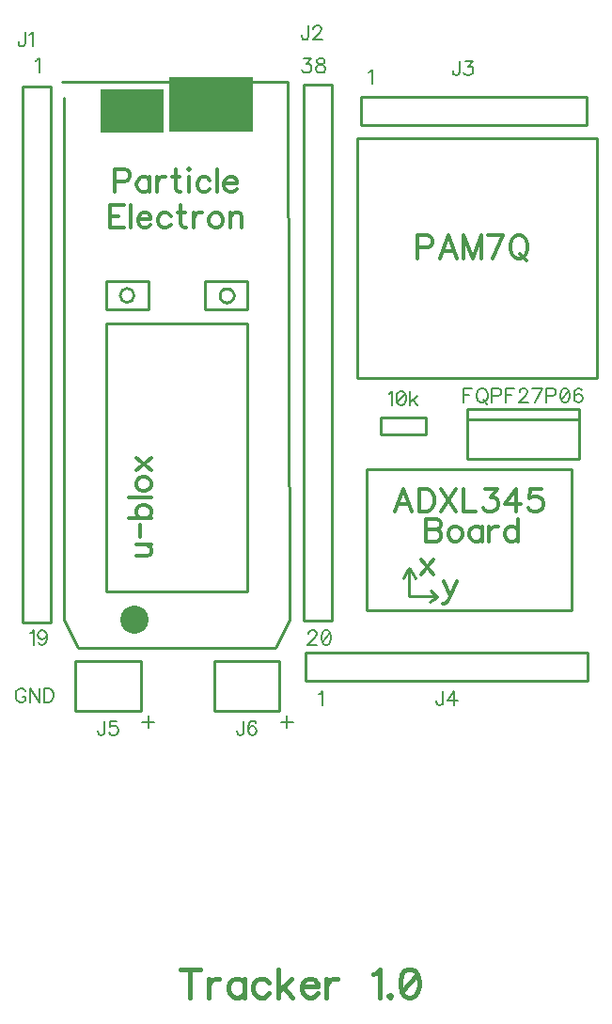
<source format=gbr>
G04 DipTrace 3.0.0.1*
G04 TopSilk.gbr*
%MOIN*%
G04 #@! TF.FileFunction,Legend,Top*
G04 #@! TF.Part,Single*
%ADD10C,0.009843*%
%ADD17C,0.100004*%
%ADD57C,0.00772*%
%ADD58C,0.015439*%
%ADD59C,0.012351*%
%FSLAX26Y26*%
G04*
G70*
G90*
G75*
G01*
G04 TopSilk*
%LPD*%
X625575Y3756052D2*
D10*
X1425605D1*
X1430758Y1849419D1*
X1380756Y1749411D1*
X680730D1*
X630729Y1849419D1*
Y3699367D1*
X780734Y2899505D2*
X1280752D1*
Y1949427D1*
X780734D1*
Y2899505D1*
G36*
X761329Y3729937D2*
X983560D1*
Y3575066D1*
X761329D1*
Y3729937D1*
G37*
G36*
X1003609Y3773867D2*
X1300077D1*
Y3578305D1*
X1003609D1*
Y3773867D1*
G37*
D17*
X880738Y1849419D3*
X780734Y3049517D2*
D10*
X930740D1*
Y2949509D1*
X780734D1*
Y3049517D1*
X1130747D2*
X1280752D1*
Y2949509D1*
X1130747D1*
Y3049517D1*
X829850Y2999209D2*
G02X829850Y2999209I25001J0D01*
G01*
X1182762Y2999715D2*
X1182823Y3001466D1*
X1183005Y3003209D1*
X1183308Y3004934D1*
X1183730Y3006635D1*
X1184269Y3008301D1*
X1184923Y3009926D1*
X1185688Y3011500D1*
X1186561Y3013018D1*
X1187536Y3014471D1*
X1188611Y3015851D1*
X1189778Y3017153D1*
X1191034Y3018371D1*
X1192371Y3019497D1*
X1193782Y3020527D1*
X1195262Y3021455D1*
X1196803Y3022278D1*
X1198397Y3022991D1*
X1200037Y3023590D1*
X1201714Y3024073D1*
X1203421Y3024437D1*
X1205149Y3024681D1*
X1206890Y3024803D1*
X1208635D1*
X1210376Y3024681D1*
X1212104Y3024437D1*
X1213811Y3024073D1*
X1215488Y3023590D1*
X1217128Y3022991D1*
X1218722Y3022278D1*
X1220263Y3021455D1*
X1221743Y3020527D1*
X1223155Y3019497D1*
X1224491Y3018371D1*
X1225747Y3017153D1*
X1226914Y3015851D1*
X1227989Y3014471D1*
X1228965Y3013018D1*
X1229837Y3011500D1*
X1230602Y3009926D1*
X1231256Y3008301D1*
X1231795Y3006635D1*
X1232217Y3004934D1*
X1232520Y3003209D1*
X1232703Y3001466D1*
X1232764Y2999715D1*
X1232703Y2997964D1*
X1232520Y2996222D1*
X1232217Y2994496D1*
X1231795Y2992796D1*
X1231256Y2991129D1*
X1230602Y2989505D1*
X1229837Y2987930D1*
X1228965Y2986413D1*
X1227989Y2984960D1*
X1226914Y2983579D1*
X1225747Y2982277D1*
X1224491Y2981060D1*
X1223155Y2979934D1*
X1221743Y2978904D1*
X1220263Y2977975D1*
X1218722Y2977153D1*
X1217128Y2976440D1*
X1215488Y2975841D1*
X1213811Y2975358D1*
X1212104Y2974993D1*
X1210376Y2974749D1*
X1208635Y2974627D1*
X1206890D1*
X1205149Y2974749D1*
X1203421Y2974993D1*
X1201714Y2975358D1*
X1200037Y2975841D1*
X1198397Y2976440D1*
X1196803Y2977153D1*
X1195262Y2977975D1*
X1193782Y2978904D1*
X1192371Y2979934D1*
X1191034Y2981060D1*
X1189778Y2982277D1*
X1188611Y2983579D1*
X1187536Y2984960D1*
X1186561Y2986413D1*
X1185688Y2987930D1*
X1184923Y2989505D1*
X1184269Y2991129D1*
X1183730Y2992796D1*
X1183308Y2994496D1*
X1183005Y2996222D1*
X1182823Y2997964D1*
X1182762Y2999715D1*
X1669381Y3557374D2*
X2519381D1*
Y2707374D1*
X1669381D1*
Y3557374D1*
X1705068Y2382736D2*
X2430068D1*
Y1882726D1*
X1705068D1*
Y2382736D1*
X1855071Y2032729D2*
Y1932727D1*
X1955048D1*
X1851736Y2029379D2*
X1833176Y1996528D1*
X1855941Y2030779D2*
X1877401Y1996528D1*
X1953091Y1930827D2*
X1931631Y1953677D1*
X1953091Y1930827D2*
X1927353Y1912276D1*
X584596Y2215293D2*
Y2207693D1*
Y3666893D2*
Y1840993D1*
Y3740993D2*
Y3666893D1*
X484596Y3740993D2*
X584596D1*
X484596D2*
Y1840993D1*
X584596D1*
X1480085Y3370654D2*
Y3378254D1*
Y1919054D2*
Y3744954D1*
Y1844954D2*
Y1919054D1*
X1580085Y1844954D2*
X1480085D1*
X1580085D2*
Y3744954D1*
X1480085D1*
X1685420Y3701625D2*
X2485347D1*
Y3601623D1*
X1685420D1*
Y3701625D1*
X1488513Y1733121D2*
X2488553D1*
Y1633119D1*
X1488513D1*
Y1733121D1*
X903542Y1527559D2*
X671259D1*
Y1704724D1*
X903542D1*
Y1527559D1*
X1395668D2*
X1163385D1*
Y1704724D1*
X1395668D1*
Y1527559D1*
X2062155Y2596505D2*
X2455856D1*
Y2419340D1*
X2062155D1*
Y2596505D1*
Y2561072D2*
X2455856D1*
X1753658Y2567056D2*
Y2507056D1*
X1913958Y2567056D2*
X1753658D1*
X1913958D2*
Y2507056D1*
X1753658D1*
X493475Y3932327D2*
D57*
Y3894080D1*
X491099Y3886895D1*
X488667Y3884519D1*
X483914Y3882087D1*
X479105D1*
X474352Y3884519D1*
X471975Y3886895D1*
X469544Y3894080D1*
Y3898833D1*
X508914Y3922710D2*
X513723Y3925142D1*
X520908Y3932271D1*
Y3882087D1*
X1497900Y3955972D2*
Y3917726D1*
X1495523Y3910541D1*
X1493091Y3908164D1*
X1488338Y3905732D1*
X1483530D1*
X1478777Y3908164D1*
X1476400Y3910541D1*
X1473968Y3917726D1*
Y3922479D1*
X1515771Y3943979D2*
Y3946356D1*
X1518148Y3951164D1*
X1520524Y3953541D1*
X1525333Y3955917D1*
X1534894D1*
X1539647Y3953541D1*
X1542024Y3951164D1*
X1544456Y3946356D1*
Y3941602D1*
X1542024Y3936794D1*
X1537271Y3929664D1*
X1513339Y3905732D1*
X1546832D1*
X2033513Y3829768D2*
Y3791521D1*
X2031136Y3784336D1*
X2028704Y3781960D1*
X2023951Y3779528D1*
X2019143D1*
X2014389Y3781960D1*
X2012013Y3784336D1*
X2009581Y3791521D1*
Y3796274D1*
X2053760Y3829712D2*
X2080013D1*
X2065699Y3810589D1*
X2072884D1*
X2077637Y3808213D1*
X2080013Y3805836D1*
X2082445Y3798651D1*
Y3793898D1*
X2080013Y3786713D1*
X2075260Y3781904D1*
X2068075Y3779528D1*
X2060890D1*
X2053760Y3781904D1*
X2051384Y3784336D1*
X2048952Y3789089D1*
X1974844Y1596476D2*
Y1558229D1*
X1972467Y1551044D1*
X1970036Y1548668D1*
X1965282Y1546236D1*
X1960474D1*
X1955721Y1548668D1*
X1953344Y1551044D1*
X1950912Y1558229D1*
Y1562982D1*
X2014215Y1546236D2*
Y1596420D1*
X1990283Y1562982D1*
X2026153D1*
X774900Y1490915D2*
Y1452669D1*
X772523Y1445484D1*
X770091Y1443107D1*
X765338Y1440675D1*
X760530D1*
X755777Y1443107D1*
X753400Y1445484D1*
X750968Y1452669D1*
Y1457422D1*
X819024Y1490860D2*
X795148D1*
X792771Y1469360D1*
X795148Y1471737D1*
X802333Y1474169D1*
X809462D1*
X816647Y1471737D1*
X821456Y1466984D1*
X823832Y1459799D1*
Y1455045D1*
X821456Y1447860D1*
X816647Y1443052D1*
X809462Y1440675D1*
X802333D1*
X795148Y1443052D1*
X792771Y1445484D1*
X790339Y1450237D1*
X1268242Y1490915D2*
Y1452669D1*
X1265865Y1445484D1*
X1263433Y1443107D1*
X1258680Y1440675D1*
X1253872D1*
X1249118Y1443107D1*
X1246742Y1445484D1*
X1244310Y1452669D1*
Y1457422D1*
X1312366Y1483730D2*
X1309989Y1488483D1*
X1302804Y1490860D1*
X1298051D1*
X1290866Y1488483D1*
X1286058Y1481298D1*
X1283681Y1469360D1*
Y1457422D1*
X1286058Y1447860D1*
X1290866Y1443052D1*
X1298051Y1440675D1*
X1300428D1*
X1307557Y1443052D1*
X1312366Y1447860D1*
X1314742Y1455045D1*
Y1457422D1*
X1312366Y1464607D1*
X1307557Y1469360D1*
X1300428Y1471737D1*
X1298051D1*
X1290866Y1469360D1*
X1286058Y1464607D1*
X1283681Y1457422D1*
X2078833Y2669728D2*
X2047717D1*
Y2619488D1*
Y2645797D2*
X2066840D1*
X2108643Y2669728D2*
X2103889Y2667407D1*
X2099081Y2662599D1*
X2096704Y2657790D1*
X2094273Y2650605D1*
Y2638667D1*
X2096704Y2631482D1*
X2099081Y2626729D1*
X2103889Y2621920D1*
X2108643Y2619544D1*
X2118204D1*
X2123013Y2621920D1*
X2127766Y2626729D1*
X2130142Y2631482D1*
X2132574Y2638667D1*
Y2650605D1*
X2130142Y2657790D1*
X2127766Y2662599D1*
X2123013Y2667407D1*
X2118204Y2669728D1*
X2108643D1*
X2115828Y2629105D2*
X2130142Y2614735D1*
X2148014Y2643420D2*
X2169569D1*
X2176698Y2645797D1*
X2179130Y2648228D1*
X2181507Y2652982D1*
Y2660167D1*
X2179130Y2664920D1*
X2176698Y2667352D1*
X2169569Y2669728D1*
X2148014D1*
Y2619488D1*
X2228063Y2669728D2*
X2196946D1*
Y2619488D1*
Y2645797D2*
X2216069D1*
X2245934Y2657735D2*
Y2660111D1*
X2248311Y2664920D1*
X2250687Y2667296D1*
X2255496Y2669673D1*
X2265057D1*
X2269810Y2667296D1*
X2272187Y2664920D1*
X2274619Y2660111D1*
Y2655358D1*
X2272187Y2650550D1*
X2267434Y2643420D1*
X2243502Y2619488D1*
X2276995D1*
X2301996D2*
X2325928Y2669673D1*
X2292435D1*
X2341367Y2643420D2*
X2362922D1*
X2370052Y2645797D1*
X2372484Y2648228D1*
X2374861Y2652982D1*
Y2660167D1*
X2372484Y2664920D1*
X2370052Y2667352D1*
X2362922Y2669728D1*
X2341367D1*
Y2619488D1*
X2404670Y2669673D2*
X2397485Y2667296D1*
X2392676Y2660111D1*
X2390300Y2648173D1*
Y2640988D1*
X2392676Y2629050D1*
X2397485Y2621865D1*
X2404670Y2619488D1*
X2409423D1*
X2416608Y2621865D1*
X2421361Y2629050D1*
X2423793Y2640988D1*
Y2648173D1*
X2421361Y2660111D1*
X2416608Y2667296D1*
X2409423Y2669673D1*
X2404670D1*
X2421361Y2660111D2*
X2392676Y2629050D1*
X2467917Y2662543D2*
X2465541Y2667296D1*
X2458356Y2669673D1*
X2453603D1*
X2446418Y2667296D1*
X2441609Y2660111D1*
X2439232Y2648173D1*
Y2636235D1*
X2441609Y2626673D1*
X2446418Y2621865D1*
X2453603Y2619488D1*
X2455979D1*
X2463109Y2621865D1*
X2467917Y2626673D1*
X2470294Y2633858D1*
Y2636235D1*
X2467917Y2643420D1*
X2463109Y2648173D1*
X2455979Y2650550D1*
X2453603D1*
X2446418Y2648173D1*
X2441609Y2643420D1*
X2439232Y2636235D1*
X1782472Y2650348D2*
X1787280Y2652780D1*
X1794465Y2659909D1*
Y2609725D1*
X1824274Y2659909D2*
X1817089Y2657533D1*
X1812281Y2650348D1*
X1809904Y2638409D1*
Y2631224D1*
X1812281Y2619286D1*
X1817089Y2612101D1*
X1824274Y2609725D1*
X1829028D1*
X1836213Y2612101D1*
X1840966Y2619286D1*
X1843398Y2631224D1*
Y2638409D1*
X1840966Y2650348D1*
X1836213Y2657533D1*
X1829028Y2659909D1*
X1824274D1*
X1840966Y2650348D2*
X1812281Y2619286D1*
X1858837Y2659965D2*
Y2609725D1*
X1882769Y2643218D2*
X1858837Y2619286D1*
X1868399Y2628848D2*
X1885145Y2609725D1*
X1079020Y611167D2*
D58*
Y510687D1*
X1045527Y611167D2*
X1112513D1*
X1143392Y577673D2*
Y510687D1*
Y548933D2*
X1148256Y563303D1*
X1157762Y572920D1*
X1167379Y577673D1*
X1181749D1*
X1269997D2*
Y510687D1*
Y563303D2*
X1260491Y572920D1*
X1250874Y577673D1*
X1236614D1*
X1226998Y572920D1*
X1217491Y563303D1*
X1212627Y548933D1*
Y539427D1*
X1217491Y525057D1*
X1226998Y515550D1*
X1236614Y510687D1*
X1250874D1*
X1260491Y515550D1*
X1269997Y525057D1*
X1358356Y563303D2*
X1348739Y572920D1*
X1339122Y577673D1*
X1324863D1*
X1315246Y572920D1*
X1305739Y563303D1*
X1300876Y548933D1*
Y539427D1*
X1305739Y525057D1*
X1315246Y515550D1*
X1324863Y510687D1*
X1339122D1*
X1348739Y515550D1*
X1358356Y525057D1*
X1389235Y611167D2*
Y510687D1*
X1437098Y577673D2*
X1389235Y529810D1*
X1408358Y548933D2*
X1441851Y510687D1*
X1472730Y548933D2*
X1530099D1*
Y558550D1*
X1525346Y568167D1*
X1520593Y572920D1*
X1510976Y577673D1*
X1496606D1*
X1487100Y572920D1*
X1477483Y563303D1*
X1472730Y548933D1*
Y539427D1*
X1477483Y525057D1*
X1487100Y515550D1*
X1496606Y510687D1*
X1510976D1*
X1520593Y515550D1*
X1530099Y525057D1*
X1560978Y577673D2*
Y510687D1*
Y548933D2*
X1565842Y563303D1*
X1575348Y572920D1*
X1584965Y577673D1*
X1599335D1*
X1727415Y591933D2*
X1737032Y596797D1*
X1751402Y611056D1*
Y510687D1*
X1787034Y520303D2*
X1782281Y515440D1*
X1787034Y510687D1*
X1791898Y515440D1*
X1787034Y520303D1*
X1851516Y611056D2*
X1837146Y606303D1*
X1827529Y591933D1*
X1822776Y568056D1*
Y553686D1*
X1827529Y529810D1*
X1837146Y515440D1*
X1851516Y510687D1*
X1861023D1*
X1875393Y515440D1*
X1884899Y529810D1*
X1889763Y553686D1*
Y568056D1*
X1884899Y591933D1*
X1875393Y606303D1*
X1861023Y611056D1*
X1851516D1*
X1884899Y591933D2*
X1827529Y529810D1*
X1534673Y1585523D2*
D57*
X1539482Y1587955D1*
X1546667Y1595084D1*
Y1544900D1*
X1711839Y3790247D2*
X1716647Y3792679D1*
X1723832Y3799809D1*
Y3749624D1*
X530736Y3829617D2*
X535545Y3832049D1*
X542730Y3839179D1*
Y3788994D1*
X511051Y1802058D2*
X515860Y1804490D1*
X523045Y1811620D1*
Y1761435D1*
X569601Y1794928D2*
X567169Y1787743D1*
X562416Y1782935D1*
X555231Y1780558D1*
X552854D1*
X545669Y1782935D1*
X540916Y1787743D1*
X538484Y1794928D1*
Y1797305D1*
X540916Y1804490D1*
X545669Y1809243D1*
X552854Y1811620D1*
X555231D1*
X562416Y1809243D1*
X567169Y1804490D1*
X569601Y1794928D1*
Y1782935D1*
X567169Y1770997D1*
X562416Y1763812D1*
X555231Y1761435D1*
X550478D1*
X543293Y1763812D1*
X540916Y1768620D1*
X1497735Y1799682D2*
Y1802058D1*
X1500112Y1806867D1*
X1502488Y1809243D1*
X1507297Y1811620D1*
X1516858D1*
X1521612Y1809243D1*
X1523988Y1806867D1*
X1526420Y1802058D1*
Y1797305D1*
X1523988Y1792497D1*
X1519235Y1785367D1*
X1495303Y1761435D1*
X1528797D1*
X1558606Y1811620D2*
X1551421Y1809243D1*
X1546613Y1802058D1*
X1544236Y1790120D1*
Y1782935D1*
X1546613Y1770997D1*
X1551421Y1763812D1*
X1558606Y1761435D1*
X1563359D1*
X1570544Y1763812D1*
X1575297Y1770997D1*
X1577729Y1782935D1*
Y1790120D1*
X1575297Y1802058D1*
X1570544Y1809243D1*
X1563359Y1811620D1*
X1558606D1*
X1575297Y1802058D2*
X1546613Y1770997D1*
X1480427Y3839179D2*
X1506680D1*
X1492365Y3820056D1*
X1499550D1*
X1504303Y3817679D1*
X1506680Y3815303D1*
X1509112Y3808117D1*
Y3803364D1*
X1506680Y3796179D1*
X1501927Y3791371D1*
X1494742Y3788994D1*
X1487557D1*
X1480427Y3791371D1*
X1478050Y3793803D1*
X1475618Y3798556D1*
X1536489Y3839179D2*
X1529359Y3836802D1*
X1526928Y3832049D1*
Y3827241D1*
X1529359Y3822488D1*
X1534113Y3820056D1*
X1543674Y3817679D1*
X1550859Y3815303D1*
X1555612Y3810494D1*
X1557989Y3805741D1*
Y3798556D1*
X1555612Y3793803D1*
X1553236Y3791371D1*
X1546051Y3788994D1*
X1536489D1*
X1529359Y3791371D1*
X1526928Y3793803D1*
X1524551Y3798556D1*
Y3805741D1*
X1526928Y3810494D1*
X1531736Y3815303D1*
X1538866Y3817679D1*
X1548427Y3820056D1*
X1553236Y3822488D1*
X1555612Y3827241D1*
Y3832049D1*
X1553236Y3836802D1*
X1546051Y3839179D1*
X1536489D1*
X1422238Y1508920D2*
Y1465865D1*
X1400738Y1487365D2*
X1443793D1*
X930112Y1508920D2*
Y1465865D1*
X908612Y1487365D2*
X951667D1*
X495585Y1595167D2*
X493209Y1599921D1*
X488400Y1604729D1*
X483647Y1607106D1*
X474086D1*
X469277Y1604729D1*
X464524Y1599921D1*
X462092Y1595167D1*
X459715Y1587982D1*
Y1575989D1*
X462092Y1568859D1*
X464524Y1564051D1*
X469277Y1559297D1*
X474086Y1556866D1*
X483647D1*
X488400Y1559297D1*
X493209Y1564051D1*
X495585Y1568859D1*
Y1575989D1*
X483647D1*
X544518Y1607106D2*
Y1556866D1*
X511025Y1607106D1*
Y1556866D1*
X559957Y1607106D2*
Y1556866D1*
X576704D1*
X583889Y1559297D1*
X588697Y1564051D1*
X591074Y1568859D1*
X593451Y1575989D1*
Y1587982D1*
X591074Y1595167D1*
X588697Y1599921D1*
X583889Y1604729D1*
X576704Y1607106D1*
X559957D1*
X810502Y3404008D2*
D59*
X844990D1*
X856397Y3407811D1*
X860288Y3411702D1*
X864091Y3419307D1*
Y3430803D1*
X860288Y3438408D1*
X856397Y3442299D1*
X844990Y3446102D1*
X810502D1*
Y3365718D1*
X934690Y3419307D2*
Y3365718D1*
Y3407811D2*
X927085Y3415505D1*
X919391Y3419307D1*
X907983D1*
X900290Y3415505D1*
X892685Y3407811D1*
X888794Y3396315D1*
Y3388710D1*
X892685Y3377214D1*
X900290Y3369609D1*
X907983Y3365718D1*
X919391D1*
X927085Y3369609D1*
X934690Y3377214D1*
X959392Y3419307D2*
Y3365718D1*
Y3396315D2*
X963283Y3407811D1*
X970888Y3415505D1*
X978582Y3419307D1*
X990078D1*
X1026277Y3446102D2*
Y3381016D1*
X1030079Y3369609D1*
X1037773Y3365718D1*
X1045378D1*
X1014781Y3419307D2*
X1041576D1*
X1070081Y3446102D2*
X1073883Y3442299D1*
X1077774Y3446102D1*
X1073883Y3449993D1*
X1070081Y3446102D1*
X1073883Y3419307D2*
Y3365718D1*
X1148461Y3407811D2*
X1140768Y3415505D1*
X1133074Y3419307D1*
X1121667D1*
X1113973Y3415505D1*
X1106368Y3407811D1*
X1102477Y3396315D1*
Y3388710D1*
X1106368Y3377214D1*
X1113973Y3369609D1*
X1121667Y3365718D1*
X1133074D1*
X1140768Y3369609D1*
X1148461Y3377214D1*
X1173164Y3446102D2*
Y3365718D1*
X1197867Y3396315D2*
X1243763D1*
Y3404008D1*
X1239960Y3411702D1*
X1236158Y3415505D1*
X1228464Y3419307D1*
X1216968D1*
X1209363Y3415505D1*
X1201670Y3407811D1*
X1197867Y3396315D1*
Y3388710D1*
X1201670Y3377214D1*
X1209363Y3369609D1*
X1216968Y3365718D1*
X1228464D1*
X1236158Y3369609D1*
X1243763Y3377214D1*
X843372Y3319371D2*
X793673D1*
Y3238987D1*
X843372D1*
X793673Y3281080D2*
X824271D1*
X868075Y3319371D2*
Y3238987D1*
X892777Y3269584D2*
X938673D1*
Y3277277D1*
X934871Y3284971D1*
X931068Y3288774D1*
X923375Y3292576D1*
X911878D1*
X904273Y3288774D1*
X896580Y3281080D1*
X892777Y3269584D1*
Y3261979D1*
X896580Y3250483D1*
X904273Y3242878D1*
X911878Y3238987D1*
X923375D1*
X931068Y3242878D1*
X938673Y3250483D1*
X1009360Y3281080D2*
X1001667Y3288774D1*
X993973Y3292576D1*
X982565D1*
X974872Y3288774D1*
X967267Y3281080D1*
X963376Y3269584D1*
Y3261979D1*
X967267Y3250483D1*
X974872Y3242878D1*
X982565Y3238987D1*
X993973D1*
X1001667Y3242878D1*
X1009360Y3250483D1*
X1045559Y3319371D2*
Y3254285D1*
X1049362Y3242878D1*
X1057055Y3238987D1*
X1064660D1*
X1034063Y3292576D2*
X1060858D1*
X1089363D2*
Y3238987D1*
Y3269584D2*
X1093254Y3281080D1*
X1100859Y3288774D1*
X1108553Y3292576D1*
X1120049D1*
X1163853D2*
X1156247Y3288774D1*
X1148554Y3281080D1*
X1144751Y3269584D1*
Y3261979D1*
X1148554Y3250483D1*
X1156247Y3242878D1*
X1163853Y3238987D1*
X1175349D1*
X1183042Y3242878D1*
X1190647Y3250483D1*
X1194538Y3261979D1*
Y3269584D1*
X1190647Y3281080D1*
X1183042Y3288774D1*
X1175349Y3292576D1*
X1163853D1*
X1219241D2*
Y3238987D1*
Y3277277D2*
X1230737Y3288774D1*
X1238431Y3292576D1*
X1249838D1*
X1257532Y3288774D1*
X1261334Y3277277D1*
Y3238987D1*
X886758Y2075248D2*
X925049D1*
X936456Y2079051D1*
X940347Y2086744D1*
Y2098240D1*
X936456Y2105845D1*
X925049Y2117342D1*
X886758D2*
X940347Y2117341D1*
X900200Y2142044D2*
Y2186260D1*
X859963Y2210963D2*
X940347D1*
X898254D2*
X890561Y2218656D1*
X886758Y2226261D1*
Y2237757D1*
X890561Y2245362D1*
X898254Y2253056D1*
X909750Y2256858D1*
X917355D1*
X928851Y2253056D1*
X936456Y2245362D1*
X940347Y2237757D1*
Y2226261D1*
X936456Y2218656D1*
X928851Y2210963D1*
X859963Y2281561D2*
X940347D1*
X886758Y2325365D2*
X890561Y2317760D1*
X898254Y2310067D1*
X909750Y2306264D1*
X917355D1*
X928851Y2310067D1*
X936456Y2317760D1*
X940347Y2325365D1*
Y2336861D1*
X936456Y2344555D1*
X928851Y2352160D1*
X917355Y2356051D1*
X909750D1*
X898254Y2352160D1*
X890561Y2344555D1*
X886758Y2336861D1*
Y2325365D1*
Y2380754D2*
X940347Y2422847D1*
X886758D2*
X940347Y2380754D1*
X1884826Y3169652D2*
X1919314D1*
X1930722Y3173454D1*
X1934613Y3177345D1*
X1938416Y3184950D1*
Y3196447D1*
X1934613Y3204052D1*
X1930722Y3207943D1*
X1919314Y3211745D1*
X1884826D1*
Y3131361D1*
X2024401D2*
X1993716Y3211745D1*
X1963118Y3131361D1*
X1974614Y3158156D2*
X2012905D1*
X2110298Y3131361D2*
Y3211745D1*
X2079701Y3131361D1*
X2049104Y3211745D1*
Y3131361D1*
X2150300D2*
X2188591Y3211657D1*
X2135001D1*
X2236286Y3211745D2*
X2228680Y3208031D1*
X2220987Y3200337D1*
X2217184Y3192644D1*
X2213293Y3181148D1*
Y3162047D1*
X2217184Y3150551D1*
X2220987Y3142946D1*
X2228680Y3135252D1*
X2236286Y3131450D1*
X2251584D1*
X2259278Y3135252D1*
X2266883Y3142946D1*
X2270685Y3150551D1*
X2274576Y3162047D1*
Y3181148D1*
X2270685Y3192644D1*
X2266883Y3200337D1*
X2259278Y3208031D1*
X2251584Y3211745D1*
X2236286D1*
X2247782Y3146748D2*
X2270685Y3123756D1*
X1864674Y2232817D2*
X1833989Y2313201D1*
X1803391Y2232817D1*
X1814888Y2259612D2*
X1853178D1*
X1889377Y2313201D2*
Y2232817D1*
X1916172D1*
X1927668Y2236708D1*
X1935361Y2244313D1*
X1939164Y2252007D1*
X1942966Y2263415D1*
Y2282604D1*
X1939164Y2294100D1*
X1935361Y2301705D1*
X1927668Y2309399D1*
X1916172Y2313201D1*
X1889377D1*
X1967669D2*
X2021259Y2232817D1*
Y2313201D2*
X1967669Y2232817D1*
X2045961Y2313201D2*
Y2232817D1*
X2091857D1*
X2124253Y2313113D2*
X2166258D1*
X2143355Y2282516D1*
X2154851D1*
X2162456Y2278713D1*
X2166258Y2274911D1*
X2170149Y2263415D1*
Y2255810D1*
X2166258Y2244313D1*
X2158653Y2236620D1*
X2147157Y2232817D1*
X2135661D1*
X2124253Y2236620D1*
X2120451Y2240511D1*
X2116560Y2248116D1*
X2233143Y2232817D2*
Y2313113D1*
X2194852Y2259612D1*
X2252244D1*
X2322843Y2313113D2*
X2284640D1*
X2280838Y2278713D1*
X2284640Y2282516D1*
X2296136Y2286407D1*
X2307544D1*
X2319040Y2282516D1*
X2326734Y2274911D1*
X2330536Y2263415D1*
Y2255810D1*
X2326734Y2244313D1*
X2319040Y2236620D1*
X2307544Y2232817D1*
X2296136D1*
X2284640Y2236620D1*
X2280838Y2240511D1*
X2276947Y2248116D1*
X1915114Y2207499D2*
Y2127115D1*
X1949602D1*
X1961098Y2131006D1*
X1964901Y2134809D1*
X1968703Y2142414D1*
Y2153910D1*
X1964901Y2161603D1*
X1961098Y2165406D1*
X1949602Y2169208D1*
X1961098Y2173099D1*
X1964901Y2176902D1*
X1968703Y2184507D1*
Y2192201D1*
X1964901Y2199806D1*
X1961098Y2203697D1*
X1949602Y2207499D1*
X1915114D1*
Y2169208D2*
X1949602D1*
X2012507Y2180705D2*
X2004902Y2176902D1*
X1997209Y2169208D1*
X1993406Y2157712D1*
Y2150107D1*
X1997209Y2138611D1*
X2004902Y2131006D1*
X2012507Y2127115D1*
X2024003D1*
X2031697Y2131006D1*
X2039302Y2138611D1*
X2043193Y2150107D1*
Y2157712D1*
X2039302Y2169208D1*
X2031697Y2176902D1*
X2024003Y2180705D1*
X2012507D1*
X2113791D2*
Y2127115D1*
Y2169208D2*
X2106186Y2176902D1*
X2098493Y2180705D1*
X2087085D1*
X2079392Y2176902D1*
X2071787Y2169208D1*
X2067896Y2157712D1*
Y2150107D1*
X2071787Y2138611D1*
X2079392Y2131006D1*
X2087085Y2127115D1*
X2098493D1*
X2106186Y2131006D1*
X2113791Y2138611D1*
X2138494Y2180705D2*
Y2127115D1*
Y2157712D2*
X2142385Y2169208D1*
X2149990Y2176902D1*
X2157684Y2180705D1*
X2169180D1*
X2239779Y2207499D2*
Y2127115D1*
Y2169208D2*
X2232173Y2176902D1*
X2224480Y2180705D1*
X2212984D1*
X2205379Y2176902D1*
X2197685Y2169208D1*
X2193883Y2157712D1*
Y2150107D1*
X2197685Y2138611D1*
X2205379Y2131006D1*
X2212984Y2127115D1*
X2224480D1*
X2232173Y2131006D1*
X2239779Y2138611D1*
X1897279Y2062102D2*
X1939372Y2008513D1*
Y2062102D2*
X1897279Y2008513D1*
X1979035Y1988000D2*
X2001939Y1934411D1*
X1994334Y1919113D1*
X1986640Y1911419D1*
X1979035Y1907616D1*
X1975144D1*
X2024931Y1988000D2*
X2001939Y1934411D1*
M02*

</source>
